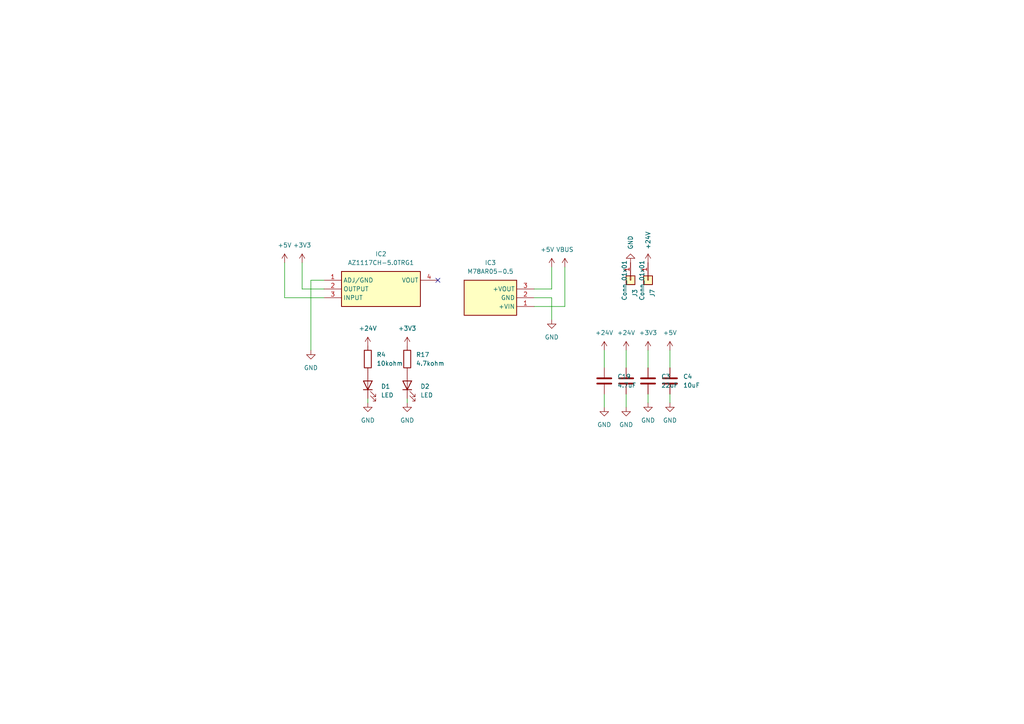
<source format=kicad_sch>
(kicad_sch (version 20231120) (generator "eeschema") (generator_version "8.0")
  (paper "A4")
  (lib_symbols
    (symbol "3V3Regulator:AZ1117CH-5.0TRG1"
      (property "Reference" "IC" (at 29.21 7.62 0))
      (property "Value" "AZ1117CH-5.0TRG1" (at 29.21 5.08 0))
      (symbol "AZ1117CH-5.0TRG1_1_1"
        (rectangle (start 5.08 2.54) (end 27.94 -7.62) (stroke (width 0.254)) (fill (type background)))
        (pin passive line (at 0 0 0) (length 5.08) (name "ADJ/GND") (number "1"))
        (pin passive line (at 0 -2.54 0) (length 5.08) (name "OUTPUT") (number "2"))
        (pin passive line (at 0 -5.08 0) (length 5.08) (name "INPUT") (number "3"))
        (pin passive line (at 33.02 0 180) (length 5.08) (name "VOUT") (number "4"))
      )
    )
    (symbol "5VRegulator:M78AR05-0.5"
      (property "Reference" "IC" (at 21.59 7.62 0))
      (property "Value" "M78AR05-0.5" (at 21.59 5.08 0))
      (symbol "M78AR05-0.5_1_1"
        (rectangle (start 5.08 2.54) (end 20.32 -7.62) (stroke (width 0.254)) (fill (type background)))
        (pin passive line (at 0 0 0) (length 5.08) (name "+VIN") (number "1"))
        (pin passive line (at 0 -2.54 0) (length 5.08) (name "GND") (number "2"))
        (pin passive line (at 0 -5.08 0) (length 5.08) (name "+VOUT") (number "3"))
      )
    )
    (symbol "Connector_Generic:Conn_01x01" (pin_names (offset 1.016) hide)
      (property "Reference" "J" (at 0 2.54 0))
      (property "Value" "Conn_01x01" (at 0 -2.54 0))
      (symbol "Conn_01x01_1_1"
        (rectangle (start -1.27 0.127) (end 0 -0.127) (stroke (width 0.1524)))
        (rectangle (start -1.27 1.27) (end 1.27 -1.27) (stroke (width 0.254)) (fill (type background)))
        (pin passive line (at -5.08 0 0) (length 3.81) (name "Pin_1") (number "1"))
      )
    )
    (symbol "Device:C" (pin_numbers hide) (pin_names (offset 0.254))
      (property "Reference" "C" (at 0.635 2.54 0))
      (property "Value" "C" (at 0.635 -2.54 0))
      (symbol "C_0_1"
        (polyline (pts (xy -2.032 -0.762) (xy 2.032 -0.762)) (stroke (width 0.508)))
        (polyline (pts (xy -2.032 0.762) (xy 2.032 0.762)) (stroke (width 0.508)))
      )
      (symbol "C_1_1"
        (pin passive line (at 0 3.81 270) (length 2.794) (name "~") (number "1"))
        (pin passive line (at 0 -3.81 90) (length 2.794) (name "~") (number "2"))
      )
    )
    (symbol "Device:LED" (pin_numbers hide) (pin_names (offset 1.016) hide)
      (property "Reference" "D" (at 0 2.54 0))
      (property "Value" "LED" (at 0 -2.54 0))
      (symbol "LED_0_1"
        (polyline (pts (xy -1.27 -1.27) (xy -1.27 1.27)) (stroke (width 0.254)))
        (polyline (pts (xy -1.27 0) (xy 1.27 0)))
        (polyline (pts (xy 1.27 -1.27) (xy 1.27 1.27) (xy -1.27 0) (xy 1.27 -1.27)) (stroke (width 0.254)))
        (polyline (pts (xy -3.048 -0.762) (xy -4.572 -2.286) (xy -3.81 -2.286) (xy -4.572 -2.286) (xy -4.572 -1.524)))
        (polyline (pts (xy -1.778 -0.762) (xy -3.302 -2.286) (xy -2.54 -2.286) (xy -3.302 -2.286) (xy -3.302 -1.524)))
      )
      (symbol "LED_1_1"
        (pin passive line (at -3.81 0 0) (length 2.54) (name "K") (number "1"))
        (pin passive line (at 3.81 0 180) (length 2.54) (name "A") (number "2"))
      )
    )
    (symbol "Device:R" (pin_numbers hide) (pin_names (offset 0))
      (property "Reference" "R" (at 2.032 0 90))
      (property "Value" "R" (at 0 0 90))
      (symbol "R_0_1"
        (rectangle (start -1.016 -2.54) (end 1.016 2.54) (stroke (width 0.254)))
      )
      (symbol "R_1_1"
        (pin passive line (at 0 3.81 270) (length 1.27) (name "~") (number "1"))
        (pin passive line (at 0 -3.81 90) (length 1.27) (name "~") (number "2"))
      )
    )
    (symbol "power:+24V" (power) (pin_names (offset 0))
      (property "Value" "+24V" (at 0 3.556 0))
      (symbol "+24V_0_1"
        (polyline (pts (xy -0.762 1.27) (xy 0 2.54)))
        (polyline (pts (xy 0 0) (xy 0 2.54)))
        (polyline (pts (xy 0 2.54) (xy 0.762 1.27)))
      )
      (symbol "+24V_1_1"
        (pin power_in line (at 0 0 90) (length 0) hide (name "+24V") (number "1"))
      )
    )
    (symbol "power:+3V3" (power) (pin_names (offset 0))
      (property "Value" "+3V3" (at 0 3.556 0))
      (symbol "+3V3_0_1"
        (polyline (pts (xy -0.762 1.27) (xy 0 2.54)))
        (polyline (pts (xy 0 0) (xy 0 2.54)))
        (polyline (pts (xy 0 2.54) (xy 0.762 1.27)))
      )
      (symbol "+3V3_1_1"
        (pin power_in line (at 0 0 90) (length 0) hide (name "+3V3") (number "1"))
      )
    )
    (symbol "power:+5V" (power) (pin_names (offset 0))
      (property "Value" "+5V" (at 0 3.556 0))
      (symbol "+5V_0_1"
        (polyline (pts (xy -0.762 1.27) (xy 0 2.54)))
        (polyline (pts (xy 0 0) (xy 0 2.54)))
        (polyline (pts (xy 0 2.54) (xy 0.762 1.27)))
      )
      (symbol "+5V_1_1"
        (pin power_in line (at 0 0 90) (length 0) hide (name "+5V") (number "1"))
      )
    )
    (symbol "power:GND" (power) (pin_names (offset 0))
      (property "Value" "GND" (at 0 -3.81 0))
      (symbol "GND_0_1"
        (polyline (pts (xy 0 0) (xy 0 -1.27) (xy 1.27 -1.27) (xy 0 -2.54) (xy -1.27 -1.27) (xy 0 -1.27)))
      )
      (symbol "GND_1_1"
        (pin power_in line (at 0 0 270) (length 0) hide (name "GND") (number "1"))
      )
    )
    (symbol "power:VBUS" (power) (pin_names (offset 0))
      (property "Value" "VBUS" (at 0 3.81 0))
      (symbol "VBUS_0_1"
        (polyline (pts (xy -0.762 1.27) (xy 0 2.54)))
        (polyline (pts (xy 0 0) (xy 0 2.54)))
        (polyline (pts (xy 0 2.54) (xy 0.762 1.27)))
      )
      (symbol "VBUS_1_1"
        (pin power_in line (at 0 0 90) (length 0) hide (name "VBUS") (number "1"))
      )
    )
  )
  (no_connect (at 127 81.28))
  (wire (pts (xy 175.26 114.3) (xy 175.26 118.11)))
  (wire (pts (xy 87.63 76.2) (xy 87.63 83.82)))
  (wire (pts (xy 82.55 86.36) (xy 93.98 86.36)))
  (wire (pts (xy 106.68 116.84) (xy 106.68 115.57)))
  (wire (pts (xy 187.96 101.6) (xy 187.96 106.68)))
  (wire (pts (xy 175.26 101.6) (xy 175.26 106.68)))
  (wire (pts (xy 160.02 83.82) (xy 154.94 83.82)))
  (wire (pts (xy 194.31 101.6) (xy 194.31 106.68)))
  (wire (pts (xy 90.17 81.28) (xy 90.17 101.6)))
  (wire (pts (xy 194.31 114.3) (xy 194.31 116.84)))
  (wire (pts (xy 118.11 116.84) (xy 118.11 115.57)))
  (wire (pts (xy 90.17 81.28) (xy 93.98 81.28)))
  (wire (pts (xy 187.96 114.3) (xy 187.96 116.84)))
  (wire (pts (xy 82.55 76.2) (xy 82.55 86.36)))
  (wire (pts (xy 163.83 77.47) (xy 163.83 88.9)))
  (wire (pts (xy 181.61 101.6) (xy 181.61 106.68)))
  (wire (pts (xy 160.02 77.47) (xy 160.02 83.82)))
  (wire (pts (xy 160.02 86.36) (xy 154.94 86.36)))
  (wire (pts (xy 163.83 88.9) (xy 154.94 88.9)))
  (wire (pts (xy 87.63 83.82) (xy 93.98 83.82)))
  (wire (pts (xy 181.61 114.3) (xy 181.61 118.11)))
  (wire (pts (xy 160.02 86.36) (xy 160.02 92.71)))
  (symbol (lib_id "Device:C") (at 194.31 110.49 0) (unit 1)
    (property "Reference" "C4" (at 198.12 109.22 0) (effects (justify left)))
    (property "Value" "10uF" (at 198.12 111.76 0) (effects (justify left)))
    (property "Footprint" "Capacitor_SMD:C_0603_1608Metric" (effects (hide yes)))
    (property "LCSC" "C96446" (effects (hide yes)))
  )
  (symbol (lib_id "Device:C") (at 181.61 110.49 0) (unit 1)
    (property "Reference" "C20" (effects (hide yes)))
    (property "Value" "4.7uF" (effects (hide yes)))
    (property "Footprint" "Capacitor_SMD:C_0603_1608Metric" (effects (hide yes)))
    (property "LCSC" "C19666" (effects (hide yes)))
  )
  (symbol (lib_id "power:+5V") (at 160.02 77.47 0) (unit 1)
    (property "Reference" "#PWR042" (effects (hide yes)))
    (property "Value" "+5V" (at 158.75 72.39 0))
  )
  (symbol (lib_id "Device:LED") (at 106.68 111.76 90) (unit 1)
    (property "Reference" "D1" (at 110.49 112.0774 90) (effects (justify right)))
    (property "Value" "LED" (at 110.49 114.6174 90) (effects (justify right)))
    (property "Footprint" "LED_SMD:LED_0603_1608Metric" (effects (hide yes)))
    (property "Description" "Light emitting diode" (effects (hide yes)))
  )
  (symbol (lib_id "5VRegulator:M78AR05-0.5") (at 154.94 88.9 180) (unit 1)
    (property "Reference" "IC3" (at 142.24 76.2 0))
    (property "Value" "M78AR05-0.5" (at 142.24 78.74 0))
    (property "Footprint" "myLIB:M78AR05" (effects (hide yes)))
    (property "Manufacturer_Name" "Minmax" (effects (hide yes)))
    (property "Manufacturer_Part_Number" "M78AR05-0.5" (effects (hide yes)))
  )
  (symbol (lib_id "Device:R") (at 106.68 104.14 0) (unit 1)
    (property "Reference" "R4" (at 109.22 102.8699 0) (effects (justify left)))
    (property "Value" "10kohm" (at 109.22 105.4099 0) (effects (justify left)))
    (property "Footprint" "Resistor_SMD:R_0603_1608Metric" (effects (hide yes)))
    (property "Description" "Resistor" (effects (hide yes)))
    (property "LCSC" "C25804" (effects (hide yes)))
  )
  (symbol (lib_id "Device:C") (at 175.26 110.49 0) (unit 1)
    (property "Reference" "C19" (at 179.07 109.22 0) (effects (justify left)))
    (property "Value" "4.7uF" (at 179.07 111.76 0) (effects (justify left)))
    (property "Footprint" "Capacitor_SMD:C_0603_1608Metric" (effects (hide yes)))
    (property "LCSC" "C19666" (effects (hide yes)))
  )
  (symbol (lib_id "power:GND") (at 118.11 116.84 0) (unit 1)
    (property "Reference" "#PWR036" (effects (hide yes)))
    (property "Value" "GND" (at 118.11 121.92 0))
  )
  (symbol (lib_id "power:+3V3") (at 118.11 100.33 0) (unit 1)
    (property "Reference" "#PWR034" (effects (hide yes)))
    (property "Value" "+3V3" (at 118.11 95.25 0))
  )
  (symbol (lib_id "Device:R") (at 118.11 104.14 0) (unit 1)
    (property "Reference" "R17" (at 120.65 102.8699 0) (effects (justify left)))
    (property "Value" "4.7kohm" (at 120.65 105.4099 0) (effects (justify left)))
    (property "Footprint" "Resistor_SMD:R_0603_1608Metric" (effects (hide yes)))
    (property "Description" "Resistor" (effects (hide yes)))
    (property "LCSC" "C23162" (effects (hide yes)))
  )
  (symbol (lib_id "Connector_Generic:Conn_01x01") (at 182.88 81.28 270) (unit 1)
    (property "Reference" "J3" (at 184.15 83.82 0) (effects (justify left)))
    (property "Value" "Conn_01x01" (at 181.102 75.438 0) (effects (justify left)))
    (property "Footprint" "TestPoint:TestPoint_Pad_D3.0mm" (effects (hide yes)))
  )
  (symbol (lib_id "power:+5V") (at 194.31 101.6 0) (unit 1)
    (property "Reference" "#PWR039" (effects (hide yes)))
    (property "Value" "+5V" (at 194.31 96.52 0))
  )
  (symbol (lib_id "power:GND") (at 106.68 116.84 0) (unit 1)
    (property "Reference" "#PWR032" (effects (hide yes)))
    (property "Value" "GND" (at 106.68 121.92 0))
  )
  (symbol (lib_id "power:+3V3") (at 87.63 76.2 0) (unit 1)
    (property "Reference" "#PWR029" (effects (hide yes)))
    (property "Value" "+3V3" (at 87.63 71.12 0))
  )
  (symbol (lib_id "power:GND") (at 175.26 118.11 0) (unit 1)
    (property "Reference" "#PWR021" (effects (hide yes)))
    (property "Value" "GND" (at 175.26 123.19 0))
  )
  (symbol (lib_id "power:VBUS") (at 163.83 77.47 0) (unit 1)
    (property "Reference" "#PWR074" (effects (hide yes)))
    (property "Value" "VBUS" (at 163.83 72.39 0))
  )
  (symbol (lib_id "Device:LED") (at 118.11 111.76 90) (unit 1)
    (property "Reference" "D2" (at 121.92 112.0774 90) (effects (justify right)))
    (property "Value" "LED" (at 121.92 114.6174 90) (effects (justify right)))
    (property "Footprint" "LED_SMD:LED_0603_1608Metric" (effects (hide yes)))
    (property "Description" "Light emitting diode" (effects (hide yes)))
  )
  (symbol (lib_id "power:+3V3") (at 187.96 101.6 0) (unit 1)
    (property "Reference" "#PWR037" (effects (hide yes)))
    (property "Value" "+3V3" (at 187.96 96.52 0))
  )
  (symbol (lib_id "Connector_Generic:Conn_01x01") (at 187.96 81.28 270) (unit 1)
    (property "Reference" "J7" (at 189.23 83.82 0) (effects (justify left)))
    (property "Value" "Conn_01x01" (at 186.182 75.438 0) (effects (justify left)))
    (property "Footprint" "TestPoint:TestPoint_Pad_D3.0mm" (effects (hide yes)))
  )
  (symbol (lib_id "power:GND") (at 90.17 101.6 0) (unit 1)
    (property "Reference" "#PWR030" (effects (hide yes)))
    (property "Value" "GND" (at 90.17 106.68 0))
  )
  (symbol (lib_id "power:+5V") (at 82.55 76.2 0) (unit 1)
    (property "Reference" "#PWR014" (effects (hide yes)))
    (property "Value" "+5V" (at 82.55 71.12 0))
  )
  (symbol (lib_id "power:+24V") (at 187.96 76.2 0) (unit 1)
    (property "Reference" "#PWR070" (effects (hide yes)))
    (property "Value" "+24V" (at 187.96 72.39 90) (effects (justify left)))
  )
  (symbol (lib_id "power:+24V") (at 181.61 101.6 0) (unit 1)
    (property "Reference" "#PWR075" (effects (hide yes)))
    (property "Value" "+24V" (at 181.61 96.52 0))
  )
  (symbol (lib_id "power:GND") (at 194.31 116.84 0) (unit 1)
    (property "Reference" "#PWR040" (effects (hide yes)))
    (property "Value" "GND" (at 194.31 121.92 0))
  )
  (symbol (lib_id "3V3Regulator:AZ1117CH-5.0TRG1") (at 93.98 81.28 0) (unit 1)
    (property "Reference" "IC2" (at 110.49 73.66 0))
    (property "Value" "AZ1117CH-5.0TRG1" (at 110.49 76.2 0))
    (property "Footprint" "myLIB:SOT230P700X180-4N" (effects (hide yes)))
    (property "Datasheet" "https://www.diodes.com//assets/Datasheets/AZ1117C.pdf" (effects (hide yes)))
    (property "Description" "DiodesZetex AZ1117CH-5.0TRG1, LDO Regulator, 300mA, 5 V, +/-1% 3+Tab-Pin, SOT-223" (effects (hide yes)))
    (property "Height" "1.7" (effects (hide yes)))
    (property "Manufacturer_Name" "Diodes Incorporated" (effects (hide yes)))
    (property "Manufacturer_Part_Number" "AZ1117CH-5.0TRG1" (effects (hide yes)))
    (property "Mouser Part Number" "621-AZ1117CH-5.0TRG1" (effects (hide yes)))
    (property "Mouser Price/Stock" "https://www.mouser.co.uk/ProductDetail/Diodes-Incorporated/AZ1117CH-5.0TRG1?qs=FKu9oBikfSlJYUAtiuMgOw%3D%3D" (effects (hide yes)))
    (property "Arrow Part Number" "AZ1117CH-5.0TRG1" (effects (hide yes)))
    (property "Arrow Price/Stock" "https://www.arrow.com/en/products/az1117ch-5.0trg1/diodes-incorporated?region=nac" (effects (hide yes)))
  )
  (symbol (lib_id "power:GND") (at 181.61 118.11 0) (unit 1)
    (property "Reference" "#PWR077" (effects (hide yes)))
    (property "Value" "GND" (at 181.61 123.19 0))
  )
  (symbol (lib_id "power:GND") (at 160.02 92.71 0) (unit 1)
    (property "Reference" "#PWR063" (effects (hide yes)))
    (property "Value" "GND" (at 160.02 97.79 0))
  )
  (symbol (lib_id "power:+24V") (at 175.26 101.6 0) (unit 1)
    (property "Reference" "#PWR017" (effects (hide yes)))
    (property "Value" "+24V" (at 175.26 96.52 0))
  )
  (symbol (lib_id "power:+24V") (at 106.68 100.33 0) (unit 1)
    (property "Reference" "#PWR031" (effects (hide yes)))
    (property "Value" "+24V" (at 106.68 95.25 0))
  )
  (symbol (lib_id "power:GND") (at 187.96 116.84 0) (unit 1)
    (property "Reference" "#PWR038" (effects (hide yes)))
    (property "Value" "GND" (at 187.96 121.92 0))
  )
  (symbol (lib_id "power:GND") (at 182.88 76.2 180) (unit 1)
    (property "Reference" "#PWR069" (effects (hide yes)))
    (property "Value" "GND" (at 182.88 72.39 90) (effects (justify right)))
  )
  (symbol (lib_id "Device:C") (at 187.96 110.49 0) (unit 1)
    (property "Reference" "C3" (at 191.77 109.22 0) (effects (justify left)))
    (property "Value" "22uF" (at 191.77 111.76 0) (effects (justify left)))
    (property "Footprint" "Capacitor_SMD:C_0603_1608Metric" (effects (hide yes)))
    (property "LCSC" "C59461" (effects (hide yes)))
  )
)
</source>
